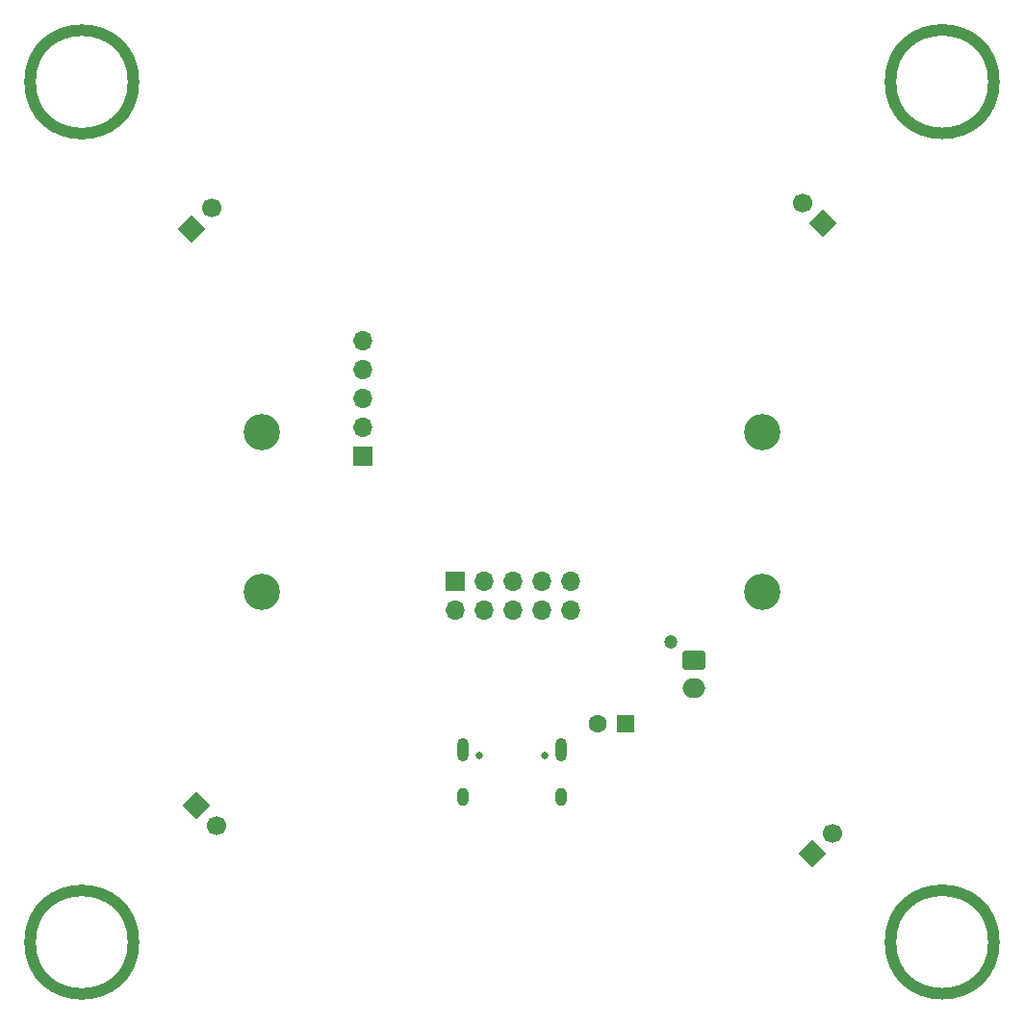
<source format=gbr>
%TF.GenerationSoftware,KiCad,Pcbnew,(6.0.1)*%
%TF.CreationDate,2022-08-15T17:42:43+03:00*%
%TF.ProjectId,ESP32_Drone,45535033-325f-4447-926f-6e652e6b6963,rev?*%
%TF.SameCoordinates,Original*%
%TF.FileFunction,Soldermask,Bot*%
%TF.FilePolarity,Negative*%
%FSLAX46Y46*%
G04 Gerber Fmt 4.6, Leading zero omitted, Abs format (unit mm)*
G04 Created by KiCad (PCBNEW (6.0.1)) date 2022-08-15 17:42:43*
%MOMM*%
%LPD*%
G01*
G04 APERTURE LIST*
G04 Aperture macros list*
%AMRoundRect*
0 Rectangle with rounded corners*
0 $1 Rounding radius*
0 $2 $3 $4 $5 $6 $7 $8 $9 X,Y pos of 4 corners*
0 Add a 4 corners polygon primitive as box body*
4,1,4,$2,$3,$4,$5,$6,$7,$8,$9,$2,$3,0*
0 Add four circle primitives for the rounded corners*
1,1,$1+$1,$2,$3*
1,1,$1+$1,$4,$5*
1,1,$1+$1,$6,$7*
1,1,$1+$1,$8,$9*
0 Add four rect primitives between the rounded corners*
20,1,$1+$1,$2,$3,$4,$5,0*
20,1,$1+$1,$4,$5,$6,$7,0*
20,1,$1+$1,$6,$7,$8,$9,0*
20,1,$1+$1,$8,$9,$2,$3,0*%
%AMHorizOval*
0 Thick line with rounded ends*
0 $1 width*
0 $2 $3 position (X,Y) of the first rounded end (center of the circle)*
0 $4 $5 position (X,Y) of the second rounded end (center of the circle)*
0 Add line between two ends*
20,1,$1,$2,$3,$4,$5,0*
0 Add two circle primitives to create the rounded ends*
1,1,$1,$2,$3*
1,1,$1,$4,$5*%
%AMRotRect*
0 Rectangle, with rotation*
0 The origin of the aperture is its center*
0 $1 length*
0 $2 width*
0 $3 Rotation angle, in degrees counterclockwise*
0 Add horizontal line*
21,1,$1,$2,0,0,$3*%
G04 Aperture macros list end*
%ADD10C,1.000000*%
%ADD11C,1.200000*%
%ADD12RoundRect,0.250000X-0.750000X0.600000X-0.750000X-0.600000X0.750000X-0.600000X0.750000X0.600000X0*%
%ADD13O,2.000000X1.700000*%
%ADD14R,1.600000X1.600000*%
%ADD15C,1.600000*%
%ADD16R,1.700000X1.700000*%
%ADD17O,1.700000X1.700000*%
%ADD18C,0.650000*%
%ADD19O,1.000000X1.600000*%
%ADD20O,1.000000X2.100000*%
%ADD21RotRect,1.700000X1.700000X45.000000*%
%ADD22HorizOval,1.700000X0.000000X0.000000X0.000000X0.000000X0*%
%ADD23C,3.200000*%
%ADD24RotRect,1.700000X1.700000X225.000000*%
%ADD25HorizOval,1.700000X0.000000X0.000000X0.000000X0.000000X0*%
%ADD26RotRect,1.700000X1.700000X135.000000*%
%ADD27HorizOval,1.700000X0.000000X0.000000X0.000000X0.000000X0*%
G04 APERTURE END LIST*
D10*
%TO.C,SYM1*%
X184396000Y-33140508D02*
G75*
G03*
X184396000Y-33140508I-4550000J0D01*
G01*
X108704000Y-33159216D02*
G75*
G03*
X108704000Y-33159216I-4550000J0D01*
G01*
X184396000Y-108832508D02*
G75*
G03*
X184396000Y-108832508I-4550000J0D01*
G01*
X108704000Y-108846000D02*
G75*
G03*
X108704000Y-108846000I-4550000J0D01*
G01*
%TD*%
D11*
%TO.C,J2*%
X156000000Y-82400000D03*
D12*
X158000000Y-84000000D03*
D13*
X158000000Y-86500000D03*
%TD*%
D14*
%TO.C,C11*%
X152000000Y-89600000D03*
D15*
X149500000Y-89600000D03*
%TD*%
D16*
%TO.C,J3*%
X137000000Y-77110000D03*
D17*
X137000000Y-79650000D03*
X139540000Y-77110000D03*
X139540000Y-79650000D03*
X142080000Y-77110000D03*
X142080000Y-79650000D03*
X144620000Y-77110000D03*
X144620000Y-79650000D03*
X147160000Y-77110000D03*
X147160000Y-79650000D03*
%TD*%
D18*
%TO.C,J8*%
X144890000Y-92400000D03*
X139110000Y-92400000D03*
D19*
X137680000Y-96050000D03*
D20*
X146320000Y-91870000D03*
D19*
X146320000Y-96050000D03*
D20*
X137680000Y-91870000D03*
%TD*%
D21*
%TO.C,J7*%
X114203949Y-96838334D03*
D22*
X116000000Y-98634385D03*
%TD*%
D16*
%TO.C,J1*%
X128840000Y-66075000D03*
D17*
X128840000Y-63535000D03*
X128840000Y-60995000D03*
X128840000Y-58455000D03*
X128840000Y-55915000D03*
%TD*%
D23*
%TO.C,H4*%
X164000000Y-78000000D03*
%TD*%
%TO.C,H1*%
X164000000Y-64000000D03*
%TD*%
%TO.C,H3*%
X120000000Y-78000000D03*
%TD*%
D24*
%TO.C,J5*%
X169366206Y-45601561D03*
D25*
X167570155Y-43805510D03*
%TD*%
D23*
%TO.C,H2*%
X120000000Y-64000000D03*
%TD*%
D26*
%TO.C,J6*%
X168403464Y-101061181D03*
D27*
X170199515Y-99265130D03*
%TD*%
D26*
%TO.C,J4*%
X113798439Y-46066206D03*
D27*
X115594490Y-44270155D03*
%TD*%
M02*

</source>
